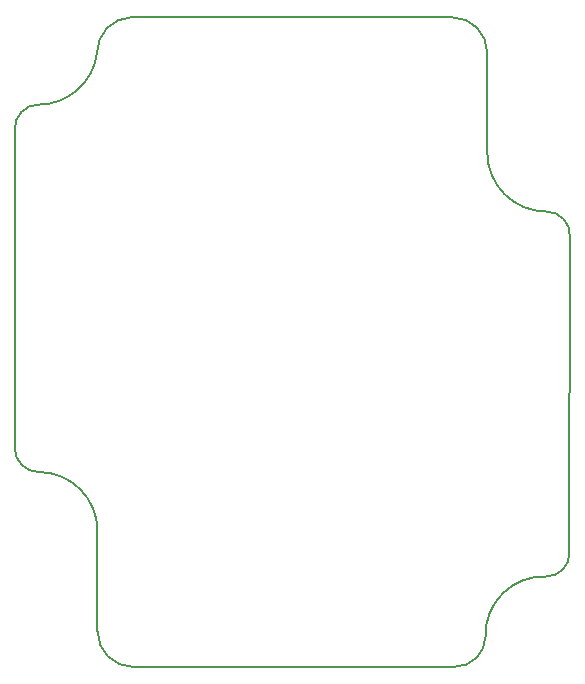
<source format=gbr>
G04 #@! TF.GenerationSoftware,KiCad,Pcbnew,(5.1.9)-1*
G04 #@! TF.CreationDate,2021-02-25T21:53:28+01:00*
G04 #@! TF.ProjectId,PDH_photodiode,5044485f-7068-46f7-946f-64696f64652e,1.1*
G04 #@! TF.SameCoordinates,Original*
G04 #@! TF.FileFunction,Profile,NP*
%FSLAX45Y45*%
G04 Gerber Fmt 4.5, Leading zero omitted, Abs format (unit mm)*
G04 Created by KiCad (PCBNEW (5.1.9)-1) date 2021-02-25 21:53:28*
%MOMM*%
%LPD*%
G01*
G04 APERTURE LIST*
G04 #@! TA.AperFunction,Profile*
%ADD10C,0.150000*%
G04 #@! TD*
G04 APERTURE END LIST*
D10*
X14775000Y-4125000D02*
X14775000Y-4970000D01*
X14475000Y-3825000D02*
G75*
G02*
X14775000Y-4125000I0J-300000D01*
G01*
X15275000Y-5470000D02*
G75*
G02*
X14775000Y-4970000I0J500000D01*
G01*
X15275000Y-5469750D02*
G75*
G02*
X15475000Y-5680000I0J-200250D01*
G01*
X15470100Y-8365001D02*
G75*
G02*
X15280036Y-8560001I-195064J0D01*
G01*
X14759808Y-9074989D02*
G75*
G02*
X15280036Y-8560001I495228J19988D01*
G01*
X14759808Y-9074989D02*
G75*
G02*
X14500000Y-9325000I-259808J9989D01*
G01*
X11775000Y-9325000D02*
G75*
G02*
X11475000Y-9025000I0J300000D01*
G01*
X10975000Y-7675000D02*
G75*
G02*
X10775000Y-7475000I0J200000D01*
G01*
X10775250Y-4774988D02*
G75*
G02*
X10975000Y-4565000I199751J9988D01*
G01*
X11470486Y-4129993D02*
G75*
G02*
X11765000Y-3825000I300807J4223D01*
G01*
X11470744Y-4130098D02*
G75*
G02*
X10975000Y-4565000I-495744J65098D01*
G01*
X10975000Y-7675000D02*
G75*
G02*
X11475000Y-8175000I0J-500000D01*
G01*
X11475000Y-8175000D02*
X11475000Y-9025000D01*
X14500000Y-9325000D02*
X11775000Y-9325000D01*
X15475000Y-5680000D02*
X15470100Y-8365001D01*
X11765000Y-3825000D02*
X14475000Y-3825000D01*
X10775000Y-7475000D02*
X10775000Y-4775000D01*
M02*

</source>
